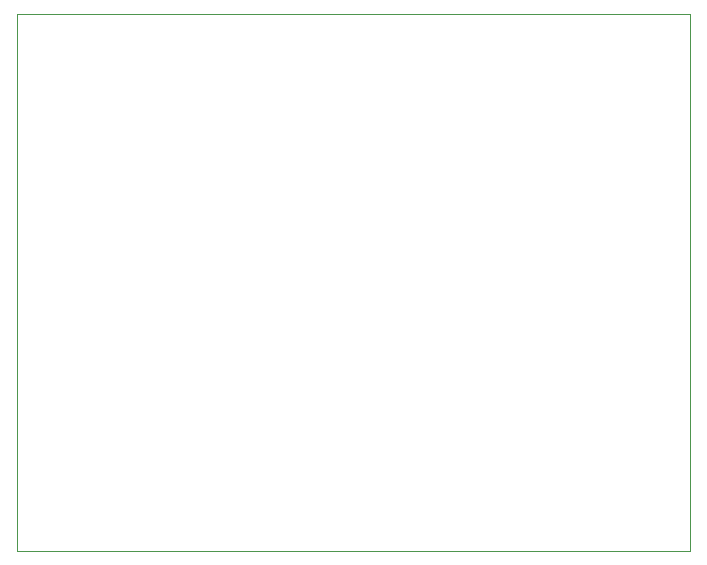
<source format=gbr>
%TF.GenerationSoftware,KiCad,Pcbnew,8.0.5*%
%TF.CreationDate,2024-10-02T10:46:17-05:00*%
%TF.ProjectId,FanBoardPCB,46616e42-6f61-4726-9450-43422e6b6963,rev?*%
%TF.SameCoordinates,Original*%
%TF.FileFunction,Profile,NP*%
%FSLAX46Y46*%
G04 Gerber Fmt 4.6, Leading zero omitted, Abs format (unit mm)*
G04 Created by KiCad (PCBNEW 8.0.5) date 2024-10-02 10:46:17*
%MOMM*%
%LPD*%
G01*
G04 APERTURE LIST*
%TA.AperFunction,Profile*%
%ADD10C,0.050000*%
%TD*%
G04 APERTURE END LIST*
D10*
X140500000Y-36000000D02*
X197500000Y-36000000D01*
X197500000Y-81500000D01*
X140500000Y-81500000D01*
X140500000Y-36000000D01*
M02*

</source>
